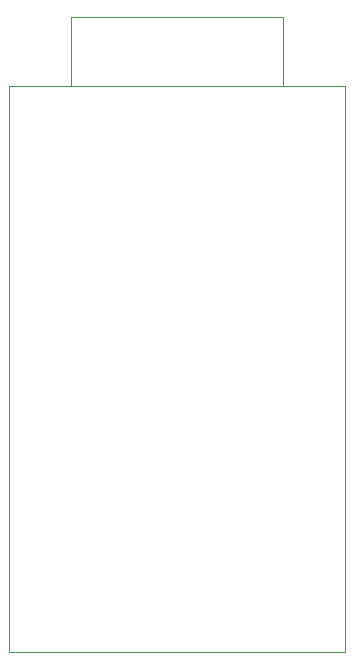
<source format=gbr>
%TF.GenerationSoftware,KiCad,Pcbnew,9.0.6-9.0.6~ubuntu24.04.1*%
%TF.CreationDate,2025-12-05T21:12:47+01:00*%
%TF.ProjectId,pcb,7063622e-6b69-4636-9164-5f7063625858,rev?*%
%TF.SameCoordinates,Original*%
%TF.FileFunction,Legend,Top*%
%TF.FilePolarity,Positive*%
%FSLAX46Y46*%
G04 Gerber Fmt 4.6, Leading zero omitted, Abs format (unit mm)*
G04 Created by KiCad (PCBNEW 9.0.6-9.0.6~ubuntu24.04.1) date 2025-12-05 21:12:47*
%MOMM*%
%LPD*%
G01*
G04 APERTURE LIST*
%ADD10C,0.120000*%
G04 APERTURE END LIST*
D10*
%TO.C,U1*%
X14500000Y-195500000D02*
X42899999Y-195500000D01*
X14500001Y-147580000D02*
X14500000Y-195500000D01*
X19730120Y-141666880D02*
X37713320Y-141666880D01*
X19730120Y-147559680D02*
X19730120Y-141666880D01*
X37713320Y-141666880D02*
X37713320Y-147559680D01*
X42899999Y-195500000D02*
X42900000Y-147580000D01*
X42900000Y-147580000D02*
X14500001Y-147580000D01*
%TD*%
M02*

</source>
